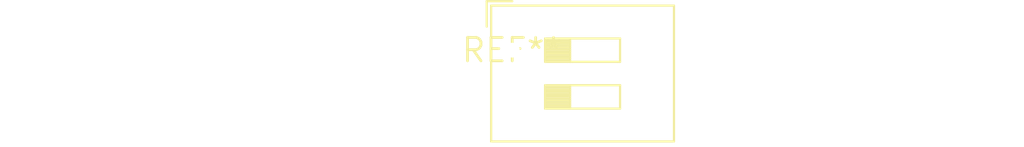
<source format=kicad_pcb>
(kicad_pcb (version 20240108) (generator pcbnew)
  (layers (0 "F.Cu" signal) (31 "B.Cu" signal) (34 "B.Paste" user) (35 "F.Paste" user) (36 "B.SilkS" user "B.Silkscreen") (37 "F.SilkS" user "F.Silkscreen") (38 "B.Mask" user) (39 "F.Mask" user) (44 "Edge.Cuts" user))
  (net 0 "")
  (footprint "SW_DIP_SPSTx02_Slide_9.78x7.26mm_W7.62mm_P2.54mm" (layer "F.Cu") (at 0 0)
    (property "Reference" "REF**")
    (property "Value" "SW_DIP_SPSTx02_Slide_9.78x7.26mm_W7.62mm_P2.54mm")
    (fp_line (start -1.38 -2.66) (end -1.38 -1.277) (layer "F.SilkS") (stroke (width 0.12)))
    (fp_line (start -1.38 -2.66) (end 0.004 -2.66) (layer "F.SilkS") (stroke (width 0.12)))
    (fp_line (start -1.14 -2.42) (end -1.14 4.96) (layer "F.SilkS") (stroke (width 0.12)))
    (fp_line (start -1.14 -2.42) (end 8.76 -2.42) (layer "F.SilkS") (stroke (width 0.12)))
    (fp_line (start -1.14 4.96) (end 8.76 4.96) (layer "F.SilkS") (stroke (width 0.12)))
    (fp_line (start 1.78 -0.635) (end 1.78 0.635) (layer "F.SilkS") (stroke (width 0.12)))
    (fp_line (start 1.78 -0.515) (end 3.133333 -0.515) (layer "F.SilkS") (stroke (width 0.12)))
    (fp_line (start 1.78 -0.395) (end 3.133333 -0.395) (layer "F.SilkS") (stroke (width 0.12)))
    (fp_line (start 1.78 -0.275) (end 3.133333 -0.275) (layer "F.SilkS") (stroke (width 0.12)))
    (fp_line (start 1.78 -0.155) (end 3.133333 -0.155) (layer "F.SilkS") (stroke (width 0.12)))
    (fp_line (start 1.78 -0.035) (end 3.133333 -0.035) (layer "F.SilkS") (stroke (width 0.12)))
    (fp_line (start 1.78 0.085) (end 3.133333 0.085) (layer "F.SilkS") (stroke (width 0.12)))
    (fp_line (start 1.78 0.205) (end 3.133333 0.205) (layer "F.SilkS") (stroke (width 0.12)))
    (fp_line (start 1.78 0.325) (end 3.133333 0.325) (layer "F.SilkS") (stroke (width 0.12)))
    (fp_line (start 1.78 0.445) (end 3.133333 0.445) (layer "F.SilkS") (stroke (width 0.12)))
    (fp_line (start 1.78 0.565) (end 3.133333 0.565) (layer "F.SilkS") (stroke (width 0.12)))
    (fp_line (start 1.78 0.635) (end 5.84 0.635) (layer "F.SilkS") (stroke (width 0.12)))
    (fp_line (start 1.78 1.905) (end 1.78 3.175) (layer "F.SilkS") (stroke (width 0.12)))
    (fp_line (start 1.78 2.025) (end 3.133333 2.025) (layer "F.SilkS") (stroke (width 0.12)))
    (fp_line (start 1.78 2.145) (end 3.133333 2.145) (layer "F.SilkS") (stroke (width 0.12)))
    (fp_line (start 1.78 2.265) (end 3.133333 2.265) (layer "F.SilkS") (stroke (width 0.12)))
    (fp_line (start 1.78 2.385) (end 3.133333 2.385) (layer "F.SilkS") (stroke (width 0.12)))
    (fp_line (start 1.78 2.505) (end 3.133333 2.505) (layer "F.SilkS") (stroke (width 0.12)))
    (fp_line (start 1.78 2.625) (end 3.133333 2.625) (layer "F.SilkS") (stroke (width 0.12)))
    (fp_line (start 1.78 2.745) (end 3.133333 2.745) (layer "F.SilkS") (stroke (width 0.12)))
    (fp_line (start 1.78 2.865) (end 3.133333 2.865) (layer "F.SilkS") (stroke (width 0.12)))
    (fp_line (start 1.78 2.985) (end 3.133333 2.985) (layer "F.SilkS") (stroke (width 0.12)))
    (fp_line (start 1.78 3.105) (end 3.133333 3.105) (layer "F.SilkS") (stroke (width 0.12)))
    (fp_line (start 1.78 3.175) (end 5.84 3.175) (layer "F.SilkS") (stroke (width 0.12)))
    (fp_line (start 3.133333 -0.635) (end 3.133333 0.635) (layer "F.SilkS") (stroke (width 0.12)))
    (fp_line (start 3.133333 1.905) (end 3.133333 3.175) (layer "F.SilkS") (stroke (width 0.12)))
    (fp_line (start 5.84 -0.635) (end 1.78 -0.635) (layer "F.SilkS") (stroke (width 0.12)))
    (fp_line (start 5.84 0.635) (end 5.84 -0.635) (layer "F.SilkS") (stroke (width 0.12)))
    (fp_line (start 5.84 1.905) (end 1.78 1.905) (layer "F.SilkS") (stroke (width 0.12)))
    (fp_line (start 5.84 3.175) (end 5.84 1.905) (layer "F.SilkS") (stroke (width 0.12)))
    (fp_line (start 8.76 -2.42) (end 8.76 4.96) (layer "F.SilkS") (stroke (width 0.12)))
    (pad "1" thru_hole rect (at 0 0) (size 1.6 1.6) (drill 0.8) (layers *.Cu *.Mask) (remove_unused_layers))
    (pad "2" thru_hole oval (at 0 2.54) (size 1.6 1.6) (drill 0.8) (layers *.Cu *.Mask) (remove_unused_layers))
    (pad "3" thru_hole oval (at 7.62 2.54) (size 1.6 1.6) (drill 0.8) (layers *.Cu *.Mask) (remove_unused_layers))
    (pad "4" thru_hole oval (at 7.62 0) (size 1.6 1.6) (drill 0.8) (layers *.Cu *.Mask) (remove_unused_layers))
  )
)
</source>
